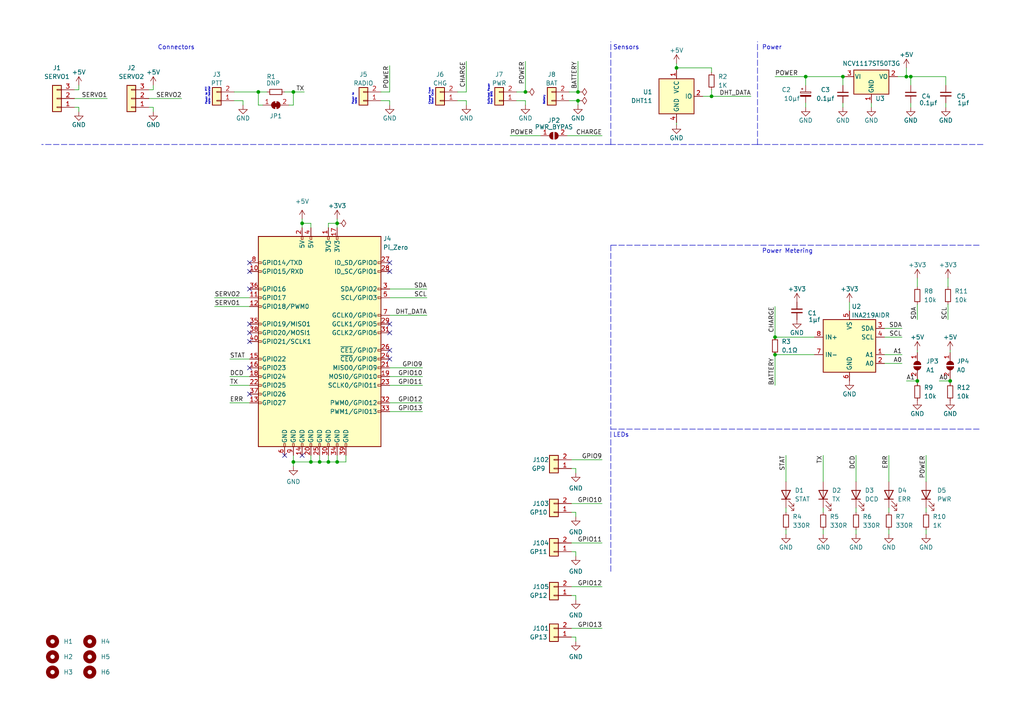
<source format=kicad_sch>
(kicad_sch (version 20211123) (generator eeschema)
  (paper "A4")
  (title_block (title "APRN Relay Board") (rev "${FULL_REVISION}") (company "Kitsune Scientific"))
  (lib_symbols
    (symbol "Analog_ADC:INA219AxD"
      (property "Reference" "U" (at -6.35 8.89 0))
      (property "Value" "INA219AxD" (at 5.08 8.89 0))
      (symbol "INA219AxD_0_1"
        (rectangle (start -7.62 7.62) (end 7.62 -7.62) (stroke (width 0.254)) (fill (type background)))
      )
      (symbol "INA219AxD_1_1"
        (pin input line (at 10.16 -2.54 180) (length 2.54) (name "A1") (number "1"))
        (pin input line (at 10.16 -5.08 180) (length 2.54) (name "A0") (number "2"))
        (pin bidirectional line (at 10.16 5.08 180) (length 2.54) (name "SDA") (number "3"))
        (pin input line (at 10.16 2.54 180) (length 2.54) (name "SCL") (number "4"))
        (pin power_in line (at 0 10.16 270) (length 2.54) (name "VS") (number "5"))
        (pin power_in line (at 0 -10.16 90) (length 2.54) (name "GND") (number "6"))
        (pin input line (at -10.16 -2.54 0) (length 2.54) (name "IN-") (number "7"))
        (pin input line (at -10.16 2.54 0) (length 2.54) (name "IN+") (number "8"))
      )
    )
    (symbol "Connector:Raspberry_Pi_2_3" (pin_names (offset 1.016))
      (property "Reference" "J" (at -17.78 31.75 0))
      (property "Value" "Raspberry_Pi_2_3" (at 10.16 -31.75 0))
      (symbol "Raspberry_Pi_2_3_0_1"
        (rectangle (start -17.78 30.48) (end 17.78 -30.48) (stroke (width 0.254)) (fill (type background)))
      )
      (symbol "Raspberry_Pi_2_3_1_1"
        (rectangle (start -16.891 -17.526) (end -17.78 -18.034))
        (rectangle (start -16.891 -14.986) (end -17.78 -15.494))
        (rectangle (start -16.891 -12.446) (end -17.78 -12.954))
        (rectangle (start -16.891 -9.906) (end -17.78 -10.414))
        (rectangle (start -16.891 -7.366) (end -17.78 -7.874))
        (rectangle (start -16.891 -4.826) (end -17.78 -5.334))
        (rectangle (start -16.891 0.254) (end -17.78 -0.254))
        (rectangle (start -16.891 2.794) (end -17.78 2.286))
        (rectangle (start -16.891 5.334) (end -17.78 4.826))
        (rectangle (start -16.891 10.414) (end -17.78 9.906))
        (rectangle (start -16.891 12.954) (end -17.78 12.446))
        (rectangle (start -16.891 15.494) (end -17.78 14.986))
        (rectangle (start -16.891 20.574) (end -17.78 20.066))
        (rectangle (start -16.891 23.114) (end -17.78 22.606))
        (rectangle (start -10.414 -29.591) (end -9.906 -30.48))
        (rectangle (start -7.874 -29.591) (end -7.366 -30.48))
        (rectangle (start -5.334 -29.591) (end -4.826 -30.48))
        (rectangle (start -5.334 30.48) (end -4.826 29.591))
        (rectangle (start -2.794 -29.591) (end -2.286 -30.48))
        (rectangle (start -2.794 30.48) (end -2.286 29.591))
        (rectangle (start -0.254 -29.591) (end 0.254 -30.48))
        (rectangle (start 2.286 -29.591) (end 2.794 -30.48))
        (rectangle (start 2.286 30.48) (end 2.794 29.591))
        (rectangle (start 4.826 -29.591) (end 5.334 -30.48))
        (rectangle (start 4.826 30.48) (end 5.334 29.591))
        (rectangle (start 7.366 -29.591) (end 7.874 -30.48))
        (rectangle (start 17.78 -20.066) (end 16.891 -20.574))
        (rectangle (start 17.78 -17.526) (end 16.891 -18.034))
        (rectangle (start 17.78 -12.446) (end 16.891 -12.954))
        (rectangle (start 17.78 -9.906) (end 16.891 -10.414))
        (rectangle (start 17.78 -7.366) (end 16.891 -7.874))
        (rectangle (start 17.78 -4.826) (end 16.891 -5.334))
        (rectangle (start 17.78 -2.286) (end 16.891 -2.794))
        (rectangle (start 17.78 2.794) (end 16.891 2.286))
        (rectangle (start 17.78 5.334) (end 16.891 4.826))
        (rectangle (start 17.78 7.874) (end 16.891 7.366))
        (rectangle (start 17.78 12.954) (end 16.891 12.446))
        (rectangle (start 17.78 15.494) (end 16.891 14.986))
        (rectangle (start 17.78 20.574) (end 16.891 20.066))
        (rectangle (start 17.78 23.114) (end 16.891 22.606))
        (pin power_in line (at 2.54 33.02 270) (length 2.54) (name "3V3") (number "1"))
        (pin bidirectional line (at -20.32 20.32 0) (length 2.54) (name "GPIO15/RXD") (number "10"))
        (pin bidirectional line (at -20.32 12.7 0) (length 2.54) (name "GPIO17") (number "11"))
        (pin bidirectional line (at -20.32 10.16 0) (length 2.54) (name "GPIO18/PWM0") (number "12"))
        (pin bidirectional line (at -20.32 -17.78 0) (length 2.54) (name "GPIO27") (number "13"))
        (pin power_in line (at -5.08 -33.02 90) (length 2.54) (name "GND") (number "14"))
        (pin bidirectional line (at -20.32 -5.08 0) (length 2.54) (name "GPIO22") (number "15"))
        (pin bidirectional line (at -20.32 -7.62 0) (length 2.54) (name "GPIO23") (number "16"))
        (pin power_in line (at 5.08 33.02 270) (length 2.54) (name "3V3") (number "17"))
        (pin bidirectional line (at -20.32 -10.16 0) (length 2.54) (name "GPIO24") (number "18"))
        (pin bidirectional line (at 20.32 -10.16 180) (length 2.54) (name "MOSI0/GPIO10") (number "19"))
        (pin power_in line (at -5.08 33.02 270) (length 2.54) (name "5V") (number "2"))
        (pin power_in line (at -2.54 -33.02 90) (length 2.54) (name "GND") (number "20"))
        (pin bidirectional line (at 20.32 -7.62 180) (length 2.54) (name "MISO0/GPIO9") (number "21"))
        (pin bidirectional line (at -20.32 -12.7 0) (length 2.54) (name "GPIO25") (number "22"))
        (pin bidirectional line (at 20.32 -12.7 180) (length 2.54) (name "SCLK0/GPIO11") (number "23"))
        (pin bidirectional line (at 20.32 -5.08 180) (length 2.54) (name "~{CE0}/GPIO8") (number "24"))
        (pin power_in line (at 0 -33.02 90) (length 2.54) (name "GND") (number "25"))
        (pin bidirectional line (at 20.32 -2.54 180) (length 2.54) (name "~{CE1}/GPIO7") (number "26"))
        (pin bidirectional line (at 20.32 22.86 180) (length 2.54) (name "ID_SD/GPIO0") (number "27"))
        (pin bidirectional line (at 20.32 20.32 180) (length 2.54) (name "ID_SC/GPIO1") (number "28"))
        (pin bidirectional line (at 20.32 5.08 180) (length 2.54) (name "GCLK1/GPIO5") (number "29"))
        (pin bidirectional line (at 20.32 15.24 180) (length 2.54) (name "SDA/GPIO2") (number "3"))
        (pin power_in line (at 2.54 -33.02 90) (length 2.54) (name "GND") (number "30"))
        (pin bidirectional line (at 20.32 2.54 180) (length 2.54) (name "GCLK2/GPIO6") (number "31"))
        (pin bidirectional line (at 20.32 -17.78 180) (length 2.54) (name "PWM0/GPIO12") (number "32"))
        (pin bidirectional line (at 20.32 -20.32 180) (length 2.54) (name "PWM1/GPIO13") (number "33"))
        (pin power_in line (at 5.08 -33.02 90) (length 2.54) (name "GND") (number "34"))
        (pin bidirectional line (at -20.32 5.08 0) (length 2.54) (name "GPIO19/MISO1") (number "35"))
        (pin bidirectional line (at -20.32 15.24 0) (length 2.54) (name "GPIO16") (number "36"))
        (pin bidirectional line (at -20.32 -15.24 0) (length 2.54) (name "GPIO26") (number "37"))
        (pin bidirectional line (at -20.32 2.54 0) (length 2.54) (name "GPIO20/MOSI1") (number "38"))
        (pin power_in line (at 7.62 -33.02 90) (length 2.54) (name "GND") (number "39"))
        (pin power_in line (at -2.54 33.02 270) (length 2.54) (name "5V") (number "4"))
        (pin bidirectional line (at -20.32 0 0) (length 2.54) (name "GPIO21/SCLK1") (number "40"))
        (pin bidirectional line (at 20.32 12.7 180) (length 2.54) (name "SCL/GPIO3") (number "5"))
        (pin power_in line (at -10.16 -33.02 90) (length 2.54) (name "GND") (number "6"))
        (pin bidirectional line (at 20.32 7.62 180) (length 2.54) (name "GCLK0/GPIO4") (number "7"))
        (pin bidirectional line (at -20.32 22.86 0) (length 2.54) (name "GPIO14/TXD") (number "8"))
        (pin power_in line (at -7.62 -33.02 90) (length 2.54) (name "GND") (number "9"))
      )
    )
    (symbol "Connector_Generic:Conn_01x02" (pin_names (offset 1.016) hide)
      (property "Reference" "J" (at 0 2.54 0))
      (property "Value" "Conn_01x02" (at 0 -5.08 0))
      (symbol "Conn_01x02_1_1"
        (rectangle (start -1.27 -2.413) (end 0 -2.667) (stroke (width 0.1524)))
        (rectangle (start -1.27 0.127) (end 0 -0.127) (stroke (width 0.1524)))
        (rectangle (start -1.27 1.27) (end 1.27 -3.81) (stroke (width 0.254)) (fill (type background)))
        (pin passive line (at -5.08 0 0) (length 3.81) (name "Pin_1") (number "1"))
        (pin passive line (at -5.08 -2.54 0) (length 3.81) (name "Pin_2") (number "2"))
      )
    )
    (symbol "Connector_Generic:Conn_01x03" (pin_names (offset 1.016) hide)
      (property "Reference" "J" (at 0 5.08 0))
      (property "Value" "Conn_01x03" (at 0 -5.08 0))
      (symbol "Conn_01x03_1_1"
        (rectangle (start -1.27 -2.413) (end 0 -2.667) (stroke (width 0.1524)))
        (rectangle (start -1.27 0.127) (end 0 -0.127) (stroke (width 0.1524)))
        (rectangle (start -1.27 2.667) (end 0 2.413) (stroke (width 0.1524)))
        (rectangle (start -1.27 3.81) (end 1.27 -3.81) (stroke (width 0.254)) (fill (type background)))
        (pin passive line (at -5.08 2.54 0) (length 3.81) (name "Pin_1") (number "1"))
        (pin passive line (at -5.08 0 0) (length 3.81) (name "Pin_2") (number "2"))
        (pin passive line (at -5.08 -2.54 0) (length 3.81) (name "Pin_3") (number "3"))
      )
    )
    (symbol "Device:C_Polarized_Small" (pin_numbers hide) (pin_names (offset 0.254) hide)
      (property "Reference" "C" (at 0.254 1.778 0))
      (property "Value" "C_Polarized_Small" (at 0.254 -2.032 0))
      (symbol "C_Polarized_Small_0_1"
        (rectangle (start -1.524 -0.3048) (end 1.524 -0.6858) (fill (type outline)))
        (rectangle (start -1.524 0.6858) (end 1.524 0.3048))
        (polyline (pts (xy -1.27 1.524) (xy -0.762 1.524)))
        (polyline (pts (xy -1.016 1.27) (xy -1.016 1.778)))
      )
      (symbol "C_Polarized_Small_1_1"
        (pin passive line (at 0 2.54 270) (length 1.8542) (name "~") (number "1"))
        (pin passive line (at 0 -2.54 90) (length 1.8542) (name "~") (number "2"))
      )
    )
    (symbol "Device:C_Small" (pin_numbers hide) (pin_names (offset 0.254) hide)
      (property "Reference" "C" (at 0.254 1.778 0))
      (property "Value" "C_Small" (at 0.254 -2.032 0))
      (symbol "C_Small_0_1"
        (polyline (pts (xy -1.524 -0.508) (xy 1.524 -0.508)) (stroke (width 0.3302)))
        (polyline (pts (xy -1.524 0.508) (xy 1.524 0.508)) (stroke (width 0.3048)))
      )
      (symbol "C_Small_1_1"
        (pin passive line (at 0 2.54 270) (length 2.032) (name "~") (number "1"))
        (pin passive line (at 0 -2.54 90) (length 2.032) (name "~") (number "2"))
      )
    )
    (symbol "Device:LED" (pin_numbers hide) (pin_names (offset 1.016) hide)
      (property "Reference" "D" (at 0 2.54 0))
      (property "Value" "LED" (at 0 -2.54 0))
      (symbol "LED_0_1"
        (polyline (pts (xy -1.27 -1.27) (xy -1.27 1.27)) (stroke (width 0.254)))
        (polyline (pts (xy -1.27 0) (xy 1.27 0)))
        (polyline (pts (xy 1.27 -1.27) (xy 1.27 1.27) (xy -1.27 0) (xy 1.27 -1.27)) (stroke (width 0.254)))
        (polyline (pts (xy -3.048 -0.762) (xy -4.572 -2.286) (xy -3.81 -2.286) (xy -4.572 -2.286) (xy -4.572 -1.524)))
        (polyline (pts (xy -1.778 -0.762) (xy -3.302 -2.286) (xy -2.54 -2.286) (xy -3.302 -2.286) (xy -3.302 -1.524)))
      )
      (symbol "LED_1_1"
        (pin passive line (at -3.81 0 0) (length 2.54) (name "K") (number "1"))
        (pin passive line (at 3.81 0 180) (length 2.54) (name "A") (number "2"))
      )
    )
    (symbol "Device:R_Small" (pin_numbers hide) (pin_names (offset 0.254) hide)
      (property "Reference" "R" (at 0.762 0.508 0))
      (property "Value" "R_Small" (at 0.762 -1.016 0))
      (symbol "R_Small_0_1"
        (rectangle (start -0.762 1.778) (end 0.762 -1.778) (stroke (width 0.2032)))
      )
      (symbol "R_Small_1_1"
        (pin passive line (at 0 2.54 270) (length 0.762) (name "~") (number "1"))
        (pin passive line (at 0 -2.54 90) (length 0.762) (name "~") (number "2"))
      )
    )
    (symbol "Jumper:SolderJumper_2_Bridged" (pin_names (offset 0) hide)
      (property "Reference" "JP" (at 0 2.032 0))
      (property "Value" "SolderJumper_2_Bridged" (at 0 -2.54 0))
      (symbol "SolderJumper_2_Bridged_0_1"
        (rectangle (start -0.508 0.508) (end 0.508 -0.508) (fill (type outline)))
        (arc (start -0.254 1.016) (mid -1.27 0) (end -0.254 -1.016))
        (arc (start -0.254 1.016) (mid -1.27 0) (end -0.254 -1.016) (fill (type outline)))
        (polyline (pts (xy -0.254 1.016) (xy -0.254 -1.016)))
        (polyline (pts (xy 0.254 1.016) (xy 0.254 -1.016)))
        (arc (start 0.254 -1.016) (mid 1.27 0) (end 0.254 1.016))
        (arc (start 0.254 -1.016) (mid 1.27 0) (end 0.254 1.016) (fill (type outline)))
      )
      (symbol "SolderJumper_2_Bridged_1_1"
        (pin passive line (at -3.81 0 0) (length 2.54) (name "A") (number "1"))
        (pin passive line (at 3.81 0 180) (length 2.54) (name "B") (number "2"))
      )
    )
    (symbol "Jumper:SolderJumper_2_Open" (pin_names (offset 0) hide)
      (property "Reference" "JP" (at 0 2.032 0))
      (property "Value" "SolderJumper_2_Open" (at 0 -2.54 0))
      (symbol "SolderJumper_2_Open_0_1"
        (arc (start -0.254 1.016) (mid -1.27 0) (end -0.254 -1.016))
        (arc (start -0.254 1.016) (mid -1.27 0) (end -0.254 -1.016) (fill (type outline)))
        (polyline (pts (xy -0.254 1.016) (xy -0.254 -1.016)))
        (polyline (pts (xy 0.254 1.016) (xy 0.254 -1.016)))
        (arc (start 0.254 -1.016) (mid 1.27 0) (end 0.254 1.016))
        (arc (start 0.254 -1.016) (mid 1.27 0) (end 0.254 1.016) (fill (type outline)))
      )
      (symbol "SolderJumper_2_Open_1_1"
        (pin passive line (at -3.81 0 0) (length 2.54) (name "A") (number "1"))
        (pin passive line (at 3.81 0 180) (length 2.54) (name "B") (number "2"))
      )
    )
    (symbol "Mechanical:MountingHole" (pin_names (offset 1.016))
      (property "Reference" "H" (at 0 5.08 0))
      (property "Value" "MountingHole" (at 0 3.175 0))
      (symbol "MountingHole_0_1"
        (circle (center 0 0) (radius 1.27) (stroke (width 1.27)))
      )
    )
    (symbol "Regulator_Linear:LM1117-5.0" (pin_names (offset 0.254))
      (property "Reference" "U" (at -3.81 3.175 0))
      (property "Value" "LM1117-5.0" (at 0 3.175 0))
      (symbol "LM1117-5.0_0_1"
        (rectangle (start -5.08 -5.08) (end 5.08 1.905) (stroke (width 0.254)) (fill (type background)))
      )
      (symbol "LM1117-5.0_1_1"
        (pin power_in line (at 0 -7.62 90) (length 2.54) (name "GND") (number "1"))
        (pin power_out line (at 7.62 0 180) (length 2.54) (name "VO") (number "2"))
        (pin power_in line (at -7.62 0 0) (length 2.54) (name "VI") (number "3"))
      )
    )
    (symbol "Sensor:DHT11"
      (property "Reference" "U" (at -3.81 6.35 0))
      (property "Value" "DHT11" (at 3.81 6.35 0))
      (symbol "DHT11_0_1"
        (rectangle (start -5.08 5.08) (end 5.08 -5.08) (stroke (width 0.254)) (fill (type background)))
      )
      (symbol "DHT11_1_1"
        (pin power_in line (at 0 7.62 270) (length 2.54) (name "VCC") (number "1"))
        (pin bidirectional line (at 7.62 0 180) (length 2.54) (name "IO") (number "2"))
        (pin no_connect line (at -5.08 0 0) (length 2.54) hide (name "NC") (number "3"))
        (pin power_in line (at 0 -7.62 90) (length 2.54) (name "GND") (number "4"))
      )
    )
    (symbol "power:+3V3" (power) (pin_names (offset 0))
      (property "Value" "+3V3" (at 0 3.556 0))
      (symbol "+3V3_0_1"
        (polyline (pts (xy -0.762 1.27) (xy 0 2.54)))
        (polyline (pts (xy 0 0) (xy 0 2.54)))
        (polyline (pts (xy 0 2.54) (xy 0.762 1.27)))
      )
      (symbol "+3V3_1_1"
        (pin power_in line (at 0 0 90) (length 0) hide (name "+3V3") (number "1"))
      )
    )
    (symbol "power:+5V" (power) (pin_names (offset 0))
      (property "Value" "+5V" (at 0 3.556 0))
      (symbol "+5V_0_1"
        (polyline (pts (xy -0.762 1.27) (xy 0 2.54)))
        (polyline (pts (xy 0 0) (xy 0 2.54)))
        (polyline (pts (xy 0 2.54) (xy 0.762 1.27)))
      )
      (symbol "+5V_1_1"
        (pin power_in line (at 0 0 90) (length 0) hide (name "+5V") (number "1"))
      )
    )
    (symbol "power:GND" (power) (pin_names (offset 0))
      (property "Value" "GND" (at 0 -3.81 0))
      (symbol "GND_0_1"
        (polyline (pts (xy 0 0) (xy 0 -1.27) (xy 1.27 -1.27) (xy 0 -2.54) (xy -1.27 -1.27) (xy 0 -1.27)))
      )
      (symbol "GND_1_1"
        (pin power_in line (at 0 0 270) (length 0) hide (name "GND") (number "1"))
      )
    )
    (symbol "power:PWR_FLAG" (power) (pin_numbers hide) (pin_names (offset 0) hide)
      (property "Value" "PWR_FLAG" (at 0 3.81 0))
      (symbol "PWR_FLAG_0_0"
        (pin power_out line (at 0 0 90) (length 0) (name "pwr") (number "1"))
      )
      (symbol "PWR_FLAG_0_1"
        (polyline (pts (xy 0 0) (xy 0 1.27) (xy -1.016 1.905) (xy 0 2.54) (xy 1.016 1.905) (xy 0 1.27)))
      )
    )
  )
  (junction (at 87.63 64.77))
  (junction (at 262.89 22.225))
  (junction (at 244.475 22.225))
  (junction (at 167.64 29.21))
  (junction (at 152.4 26.67))
  (junction (at 97.79 133.985))
  (junction (at 224.79 102.87))
  (junction (at 95.25 133.985))
  (junction (at 266.065 110.49))
  (junction (at 275.59 110.49))
  (junction (at 233.68 22.225))
  (junction (at 90.17 133.985))
  (junction (at 85.09 133.985))
  (junction (at 167.64 26.67))
  (junction (at 264.16 22.225))
  (junction (at 206.375 27.94))
  (junction (at 224.79 97.79))
  (junction (at 74.93 26.67))
  (junction (at 196.215 19.685))
  (junction (at 85.09 26.67))
  (junction (at 97.79 64.77))
  (junction (at 92.71 133.985))
  (no_connect (at 113.03 76.2))
  (no_connect (at 72.39 93.98))
  (no_connect (at 72.39 114.3))
  (no_connect (at 113.03 104.14))
  (no_connect (at 113.03 78.74))
  (no_connect (at 72.39 83.82))
  (no_connect (at 72.39 96.52))
  (no_connect (at 72.39 78.74))
  (no_connect (at 72.39 99.06))
  (no_connect (at 72.39 76.2))
  (no_connect (at 82.55 132.08))
  (no_connect (at 113.03 101.6))
  (no_connect (at 72.39 106.68))
  (no_connect (at 113.03 96.52))
  (no_connect (at 113.03 93.98))
  (no_connect (at 87.63 132.08))
  (wire (pts (xy 233.68 31.115) (xy 233.68 29.845)))
  (wire (pts (xy 62.23 88.9) (xy 72.39 88.9)))
  (wire (pts (xy 82.55 26.67) (xy 85.09 26.67)))
  (wire (pts (xy 85.09 133.985) (xy 90.17 133.985)))
  (polyline (pts (xy 177.165 71.12) (xy 177.165 124.46)))
  (wire (pts (xy 67.945 29.21) (xy 70.485 29.21)))
  (wire (pts (xy 66.675 111.76) (xy 72.39 111.76)))
  (wire (pts (xy 248.285 153.67) (xy 248.285 154.94)))
  (polyline (pts (xy 285.115 41.91) (xy 219.71 41.91)))
  (wire (pts (xy 97.79 133.985) (xy 97.79 132.08)))
  (wire (pts (xy 206.375 19.685) (xy 206.375 20.955)))
  (wire (pts (xy 256.54 102.87) (xy 261.62 102.87)))
  (wire (pts (xy 165.735 160.02) (xy 167.005 160.02)))
  (wire (pts (xy 95.25 64.77) (xy 95.25 66.04)))
  (wire (pts (xy 147.955 39.37) (xy 156.845 39.37)))
  (wire (pts (xy 248.285 147.32) (xy 248.285 148.59)))
  (wire (pts (xy 274.955 92.71) (xy 274.955 88.265)))
  (wire (pts (xy 152.4 29.21) (xy 152.4 30.48)))
  (wire (pts (xy 85.09 132.08) (xy 85.09 133.985)))
  (wire (pts (xy 100.33 133.985) (xy 100.33 132.08)))
  (wire (pts (xy 167.005 135.89) (xy 167.005 137.16)))
  (wire (pts (xy 165.735 184.785) (xy 167.005 184.785)))
  (wire (pts (xy 264.16 29.845) (xy 264.16 31.115)))
  (wire (pts (xy 113.03 111.76) (xy 122.555 111.76)))
  (polyline (pts (xy 177.165 71.12) (xy 284.48 71.12)))
  (wire (pts (xy 261.62 95.25) (xy 256.54 95.25)))
  (wire (pts (xy 44.45 24.765) (xy 44.45 26.035)))
  (wire (pts (xy 135.255 29.21) (xy 135.255 30.48)))
  (polyline (pts (xy 177.165 41.91) (xy 177.165 12.065)))
  (wire (pts (xy 275.59 110.49) (xy 275.59 111.125)))
  (wire (pts (xy 132.715 29.21) (xy 135.255 29.21)))
  (wire (pts (xy 262.89 110.49) (xy 266.065 110.49)))
  (wire (pts (xy 74.93 26.67) (xy 74.93 30.48)))
  (wire (pts (xy 196.215 19.685) (xy 206.375 19.685)))
  (wire (pts (xy 43.18 31.115) (xy 44.45 31.115)))
  (wire (pts (xy 206.375 27.94) (xy 203.835 27.94)))
  (wire (pts (xy 22.86 31.115) (xy 22.86 32.385)))
  (wire (pts (xy 167.64 17.78) (xy 167.64 26.67)))
  (wire (pts (xy 85.09 133.985) (xy 85.09 135.255)))
  (wire (pts (xy 196.215 20.32) (xy 196.215 19.685)))
  (wire (pts (xy 113.03 106.68) (xy 122.555 106.68)))
  (wire (pts (xy 44.45 31.115) (xy 44.45 32.385)))
  (wire (pts (xy 196.215 35.56) (xy 196.215 36.195)))
  (wire (pts (xy 165.1 29.21) (xy 167.64 29.21)))
  (wire (pts (xy 76.2 30.48) (xy 74.93 30.48)))
  (wire (pts (xy 87.63 64.77) (xy 87.63 66.04)))
  (wire (pts (xy 167.64 26.67) (xy 165.1 26.67)))
  (wire (pts (xy 238.76 153.67) (xy 238.76 154.94)))
  (wire (pts (xy 165.735 172.72) (xy 167.005 172.72)))
  (wire (pts (xy 165.735 135.89) (xy 167.005 135.89)))
  (wire (pts (xy 268.605 153.67) (xy 268.605 154.94)))
  (wire (pts (xy 97.79 133.985) (xy 100.33 133.985)))
  (polyline (pts (xy 177.165 124.46) (xy 284.48 124.46)))
  (wire (pts (xy 167.005 148.59) (xy 167.005 149.86)))
  (polyline (pts (xy 177.165 41.91) (xy 12.065 41.91)))
  (wire (pts (xy 227.965 132.08) (xy 227.965 139.7)))
  (wire (pts (xy 152.4 26.67) (xy 149.86 26.67)))
  (wire (pts (xy 123.825 83.82) (xy 113.03 83.82)))
  (wire (pts (xy 167.64 29.21) (xy 167.64 30.48)))
  (wire (pts (xy 135.255 17.78) (xy 135.255 26.67)))
  (wire (pts (xy 85.09 26.67) (xy 85.09 30.48)))
  (wire (pts (xy 74.93 26.67) (xy 67.945 26.67)))
  (wire (pts (xy 275.59 101.6) (xy 275.59 102.235)))
  (wire (pts (xy 246.38 87.63) (xy 246.38 90.17)))
  (wire (pts (xy 275.59 110.49) (xy 275.59 109.855)))
  (wire (pts (xy 113.03 19.05) (xy 113.03 26.67)))
  (wire (pts (xy 90.17 133.985) (xy 90.17 132.08)))
  (wire (pts (xy 97.79 64.77) (xy 95.25 64.77)))
  (wire (pts (xy 266.065 92.71) (xy 266.065 88.265)))
  (wire (pts (xy 244.475 22.225) (xy 244.475 24.765)))
  (wire (pts (xy 264.16 22.225) (xy 274.32 22.225)))
  (wire (pts (xy 66.675 109.22) (xy 72.39 109.22)))
  (wire (pts (xy 52.705 28.575) (xy 43.18 28.575)))
  (wire (pts (xy 167.005 172.72) (xy 167.005 173.99)))
  (wire (pts (xy 244.475 22.225) (xy 245.11 22.225)))
  (wire (pts (xy 66.675 116.84) (xy 72.39 116.84)))
  (wire (pts (xy 85.09 26.67) (xy 88.265 26.67)))
  (wire (pts (xy 262.89 22.225) (xy 260.35 22.225)))
  (wire (pts (xy 165.735 182.245) (xy 174.625 182.245)))
  (wire (pts (xy 66.675 104.14) (xy 72.39 104.14)))
  (wire (pts (xy 97.79 64.77) (xy 97.79 66.04)))
  (wire (pts (xy 152.4 17.78) (xy 152.4 26.67)))
  (wire (pts (xy 123.825 86.36) (xy 113.03 86.36)))
  (wire (pts (xy 257.81 147.32) (xy 257.81 148.59)))
  (wire (pts (xy 238.76 132.08) (xy 238.76 139.7)))
  (wire (pts (xy 165.735 146.05) (xy 174.625 146.05)))
  (wire (pts (xy 92.71 133.985) (xy 92.71 132.08)))
  (wire (pts (xy 268.605 132.08) (xy 268.605 139.7)))
  (wire (pts (xy 95.25 133.985) (xy 95.25 132.08)))
  (wire (pts (xy 113.03 116.84) (xy 122.555 116.84)))
  (wire (pts (xy 31.115 28.575) (xy 21.59 28.575)))
  (wire (pts (xy 165.735 148.59) (xy 167.005 148.59)))
  (wire (pts (xy 123.825 91.44) (xy 113.03 91.44)))
  (wire (pts (xy 266.065 80.645) (xy 266.065 83.185)))
  (wire (pts (xy 92.71 133.985) (xy 95.25 133.985)))
  (wire (pts (xy 272.415 110.49) (xy 275.59 110.49)))
  (wire (pts (xy 113.03 29.21) (xy 113.03 30.48)))
  (wire (pts (xy 87.63 63.5) (xy 87.63 64.77)))
  (wire (pts (xy 149.86 29.21) (xy 152.4 29.21)))
  (wire (pts (xy 227.965 147.32) (xy 227.965 148.59)))
  (wire (pts (xy 266.065 110.49) (xy 266.065 111.125)))
  (wire (pts (xy 252.73 29.845) (xy 252.73 31.115)))
  (wire (pts (xy 238.76 147.32) (xy 238.76 148.59)))
  (wire (pts (xy 261.62 97.79) (xy 256.54 97.79)))
  (wire (pts (xy 167.005 160.02) (xy 167.005 161.29)))
  (wire (pts (xy 164.465 39.37) (xy 174.625 39.37)))
  (wire (pts (xy 266.065 110.49) (xy 266.065 109.855)))
  (wire (pts (xy 227.965 153.67) (xy 227.965 154.94)))
  (polyline (pts (xy 177.165 165.735) (xy 177.165 124.46)))
  (wire (pts (xy 22.86 26.035) (xy 21.59 26.035)))
  (wire (pts (xy 264.16 22.225) (xy 262.89 22.225)))
  (wire (pts (xy 167.005 184.785) (xy 167.005 186.055)))
  (wire (pts (xy 224.79 102.87) (xy 236.22 102.87)))
  (wire (pts (xy 274.955 80.645) (xy 274.955 83.185)))
  (wire (pts (xy 262.89 19.685) (xy 262.89 22.225)))
  (wire (pts (xy 224.79 22.225) (xy 233.68 22.225)))
  (wire (pts (xy 257.81 153.67) (xy 257.81 154.94)))
  (wire (pts (xy 165.735 170.18) (xy 174.625 170.18)))
  (wire (pts (xy 21.59 31.115) (xy 22.86 31.115)))
  (wire (pts (xy 110.49 29.21) (xy 113.03 29.21)))
  (wire (pts (xy 244.475 29.845) (xy 244.475 31.115)))
  (wire (pts (xy 83.82 30.48) (xy 85.09 30.48)))
  (wire (pts (xy 22.86 24.765) (xy 22.86 26.035)))
  (wire (pts (xy 248.285 132.08) (xy 248.285 139.7)))
  (polyline (pts (xy 219.71 41.91) (xy 177.165 41.91)))
  (wire (pts (xy 264.16 22.225) (xy 264.16 24.765)))
  (wire (pts (xy 90.17 64.77) (xy 90.17 66.04)))
  (wire (pts (xy 165.735 133.35) (xy 174.625 133.35)))
  (wire (pts (xy 224.79 88.9) (xy 224.79 97.79)))
  (wire (pts (xy 113.03 109.22) (xy 122.555 109.22)))
  (wire (pts (xy 90.17 133.985) (xy 92.71 133.985)))
  (wire (pts (xy 224.79 111.76) (xy 224.79 102.87)))
  (wire (pts (xy 196.215 19.685) (xy 196.215 18.415)))
  (wire (pts (xy 268.605 147.32) (xy 268.605 148.59)))
  (wire (pts (xy 77.47 26.67) (xy 74.93 26.67)))
  (wire (pts (xy 70.485 29.21) (xy 70.485 30.48)))
  (wire (pts (xy 95.25 133.985) (xy 97.79 133.985)))
  (wire (pts (xy 110.49 26.67) (xy 113.03 26.67)))
  (wire (pts (xy 256.54 105.41) (xy 261.62 105.41)))
  (wire (pts (xy 274.32 31.115) (xy 274.32 29.845)))
  (wire (pts (xy 165.735 157.48) (xy 174.625 157.48)))
  (wire (pts (xy 266.065 101.6) (xy 266.065 102.235)))
  (wire (pts (xy 257.81 132.08) (xy 257.81 139.7)))
  (wire (pts (xy 206.375 26.035) (xy 206.375 27.94)))
  (wire (pts (xy 97.79 63.5) (xy 97.79 64.77)))
  (wire (pts (xy 233.68 22.225) (xy 244.475 22.225)))
  (wire (pts (xy 274.32 22.225) (xy 274.32 24.765)))
  (wire (pts (xy 113.03 119.38) (xy 122.555 119.38)))
  (wire (pts (xy 87.63 64.77) (xy 90.17 64.77)))
  (wire (pts (xy 233.68 22.225) (xy 233.68 24.765)))
  (wire (pts (xy 224.79 97.79) (xy 236.22 97.79)))
  (wire (pts (xy 217.805 27.94) (xy 206.375 27.94)))
  (wire (pts (xy 44.45 26.035) (xy 43.18 26.035)))
  (wire (pts (xy 135.255 26.67) (xy 132.715 26.67)))
  (wire (pts (xy 62.23 86.36) (xy 72.39 86.36)))
  (polyline (pts (xy 219.71 41.91) (xy 219.71 12.065)))
  (text "Power to\nradio" (at 103.505 30.48 90) (effects (font (size 0.508 0.508)) (justify left bottom)))
  (text "Connectors" (at 45.72 14.605 0) (effects (font (size 1.27 1.27)) (justify left bottom)))
  (text "Battery" (at 158.115 30.48 90) (effects (font (size 0.508 0.508)) (justify left bottom)))
  (text "Sensors" (at 177.8 14.605 0) (effects (font (size 1.27 1.27)) (justify left bottom)))
  (text "Switched Power\nfrom BMS" (at 142.875 30.48 90) (effects (font (size 0.508 0.508)) (justify left bottom)))
  (text "Power Metering" (at 220.98 73.66 0) (effects (font (size 1.27 1.27)) (justify left bottom)))
  (text "Power to PTT\nopto-isolator" (at 60.96 30.48 90) (effects (font (size 0.508 0.508)) (justify left bottom)))
  (text "LEDs" (at 177.8 127 0) (effects (font (size 1.27 1.27)) (justify left bottom)))
  (text "Power" (at 220.98 14.605 0) (effects (font (size 1.27 1.27)) (justify left bottom)))
  (text "Charge From\nSolar Cells" (at 125.73 30.48 90) (effects (font (size 0.508 0.508)) (justify left bottom)))
  (label "A0" (at 272.415 110.49 0))
  (label "GPIO9" (at 174.625 133.35 180))
  (label "TX" (at 88.265 26.67 180))
  (label "SCL" (at 261.62 97.79 180))
  (label "GPIO11" (at 122.555 111.76 180))
  (label "BATTERY" (at 167.64 17.78 270))
  (label "SERVO1" (at 62.23 88.9 0))
  (label "CHARGE" (at 135.255 17.78 270))
  (label "STAT" (at 66.675 104.14 0))
  (label "GPIO9" (at 122.555 106.68 180))
  (label "GPIO12" (at 174.625 170.18 180))
  (label "BATTERY" (at 224.79 111.76 90))
  (label "ERR" (at 257.81 132.08 270))
  (label "SERVO2" (at 52.705 28.575 180))
  (label "SERVO1" (at 31.115 28.575 180))
  (label "GPIO13" (at 122.555 119.38 180))
  (label "POWER" (at 147.955 39.37 0))
  (label "TX" (at 66.675 111.76 0))
  (label "GPIO10" (at 174.625 146.05 180))
  (label "GPIO10" (at 122.555 109.22 180))
  (label "SDA" (at 261.62 95.25 180))
  (label "ERR" (at 66.675 116.84 0))
  (label "A1" (at 262.89 110.49 0))
  (label "POWER" (at 268.605 132.08 270))
  (label "TX" (at 238.76 132.08 270))
  (label "SCL" (at 123.825 86.36 180))
  (label "A1" (at 261.62 102.87 180))
  (label "GPIO12" (at 122.555 116.84 180))
  (label "CHARGE" (at 224.79 88.9 270))
  (label "POWER" (at 224.79 22.225 0))
  (label "SDA" (at 266.065 92.71 90))
  (label "GPIO13" (at 174.625 182.245 180))
  (label "POWER" (at 152.4 17.78 270))
  (label "DHT_DATA" (at 123.825 91.44 180))
  (label "SCL" (at 274.955 92.71 90))
  (label "DCD" (at 248.285 132.08 270))
  (label "SDA" (at 123.825 83.82 180))
  (label "STAT" (at 227.965 132.08 270))
  (label "POWER" (at 113.03 19.05 270))
  (label "DHT_DATA" (at 217.805 27.94 180))
  (label "SERVO2" (at 62.23 86.36 0))
  (label "DCD" (at 66.675 109.22 0))
  (label "A0" (at 261.62 105.41 180))
  (label "CHARGE" (at 174.625 39.37 180))
  (label "GPIO11" (at 174.625 157.48 180))
  (symbol (lib_id "power:+5V") (at 196.215 18.415 0) (unit 1)
    (property "Reference" "#PWR013" (effects hide))
    (property "Value" "+5V" (at 196.215 14.605 0))
  )
  (symbol (lib_id "Mechanical:MountingHole") (at 15.24 194.945 0) (unit 1)
    (property "Reference" "H3" (at 18.415 194.9449 0) (effects (justify left)))
    (property "Value" "PiMountingHole" (effects hide))
    (property "Footprint" "MountingHole:MountingHole_2.7mm" (effects hide))
  )
  (symbol (lib_id "power:GND") (at 70.485 30.48 0) (unit 1)
    (property "Reference" "#PWR05" (effects hide))
    (property "Value" "GND" (at 70.485 34.29 0))
  )
  (symbol (lib_id "power:GND") (at 167.005 161.29 0) (unit 1)
    (property "Reference" "#PWR0102" (effects hide))
    (property "Value" "GND" (at 167.005 165.735 0))
  )
  (symbol (lib_id "Device:R_Small") (at 266.065 113.665 180) (unit 1)
    (property "Reference" "R9" (at 267.97 112.395 0) (effects (justify right)))
    (property "Value" "10k" (at 267.97 114.935 0) (effects (justify right)))
    (property "Footprint" "Resistor_SMD:R_0805_2012Metric" (effects hide))
  )
  (symbol (lib_id "power:GND") (at 196.215 36.195 0) (unit 1)
    (property "Reference" "#PWR014" (effects hide))
    (property "Value" "GND" (at 196.215 40.005 0))
  )
  (symbol (lib_id "power:GND") (at 167.005 137.16 0) (unit 1)
    (property "Reference" "#PWR0101" (effects hide))
    (property "Value" "GND" (at 167.005 141.605 0))
  )
  (symbol (lib_id "Jumper:SolderJumper_2_Bridged") (at 80.01 30.48 0) (unit 1)
    (property "Reference" "JP1" (at 80.01 33.655 0))
    (property "Value" "SolderJumper_2_Bridged" (effects hide))
    (property "Footprint" "Jumper:SolderJumper-2_P1.3mm_Bridged_Pad1.0x1.5mm" (effects hide))
  )
  (symbol (lib_id "power:PWR_FLAG") (at 167.64 29.21 270) (unit 1)
    (property "Reference" "#FLG04" (effects hide))
    (property "Value" "PWR_FLAG" (effects hide))
  )
  (symbol (lib_id "Device:R_Small") (at 206.375 23.495 180) (unit 1)
    (property "Reference" "R2" (at 208.28 22.225 0) (effects (justify right)))
    (property "Value" "1K" (at 208.28 24.765 0) (effects (justify right)))
    (property "Footprint" "Resistor_SMD:R_0805_2012Metric" (effects hide))
  )
  (symbol (lib_id "power:GND") (at 167.005 186.055 0) (unit 1)
    (property "Reference" "#PWR0105" (effects hide))
    (property "Value" "GND" (at 167.005 190.5 0))
  )
  (symbol (lib_id "Mechanical:MountingHole") (at 26.035 194.945 0) (unit 1)
    (property "Reference" "H6" (at 29.21 194.9449 0) (effects (justify left)))
    (property "Value" "PiMountingHole" (effects hide))
    (property "Footprint" "MountingHole:MountingHole_2.7mm" (effects hide))
  )
  (symbol (lib_id "power:GND") (at 135.255 30.48 0) (unit 1)
    (property "Reference" "#PWR010" (effects hide))
    (property "Value" "GND" (at 135.255 34.29 0))
  )
  (symbol (lib_id "power:PWR_FLAG") (at 167.64 26.67 270) (unit 1)
    (property "Reference" "#FLG03" (effects hide))
    (property "Value" "PWR_FLAG" (effects hide))
  )
  (symbol (lib_id "power:+3V3") (at 274.955 80.645 0) (unit 1)
    (property "Reference" "#PWR033" (effects hide))
    (property "Value" "+3V3" (at 274.955 76.835 0))
  )
  (symbol (lib_id "power:GND") (at 113.03 30.48 0) (unit 1)
    (property "Reference" "#PWR09" (effects hide))
    (property "Value" "GND" (at 113.03 34.29 0))
  )
  (symbol (lib_id "power:+5V") (at 87.63 63.5 0) (unit 1)
    (property "Reference" "#PWR07" (effects hide))
    (property "Value" "+5V" (at 87.63 58.42 0))
  )
  (symbol (lib_id "power:+5V") (at 22.86 24.765 0) (unit 1)
    (property "Reference" "#PWR01" (effects hide))
    (property "Value" "+5V" (at 22.86 20.955 0))
  )
  (symbol (lib_id "Jumper:SolderJumper_2_Open") (at 266.065 106.045 270) (unit 1)
    (property "Reference" "JP3" (at 268.605 104.7749 90) (effects (justify left)))
    (property "Value" "A1" (at 268.605 107.3149 90) (effects (justify left)))
    (property "Footprint" "Jumper:SolderJumper-2_P1.3mm_Open_TrianglePad1.0x1.5mm" (effects hide))
  )
  (symbol (lib_id "Device:C_Polarized_Small") (at 233.68 27.305 0) (unit 1)
    (property "Reference" "C2" (at 226.695 26.035 0) (effects (justify left)))
    (property "Value" "10μf" (at 227.33 28.575 0) (effects (justify left)))
    (property "Footprint" "Capacitor_SMD:CP_Elec_4x3" (effects hide))
  )
  (symbol (lib_id "Connector_Generic:Conn_01x02") (at 160.655 160.02 180) (unit 1)
    (property "Reference" "J104" (at 156.845 157.48 0))
    (property "Value" "GP11" (at 156.21 160.02 0))
    (property "Footprint" "Connector_JST:JST_EH_S2B-EH_1x02_P2.50mm_Horizontal" (effects hide))
  )
  (symbol (lib_id "Connector_Generic:Conn_01x02") (at 144.78 29.21 180) (unit 1)
    (property "Reference" "J7" (at 144.78 21.59 0))
    (property "Value" "PWR" (at 144.78 24.13 0))
    (property "Footprint" "Connector_JST:JST_EH_S2B-EH_1x02_P2.50mm_Horizontal" (effects hide))
  )
  (symbol (lib_id "power:+3V3") (at 246.38 87.63 0) (unit 1)
    (property "Reference" "#PWR021" (effects hide))
    (property "Value" "+3V3" (at 246.38 83.82 0))
  )
  (symbol (lib_id "power:GND") (at 231.14 92.71 0) (unit 1)
    (property "Reference" "#PWR017" (effects hide))
    (property "Value" "GND" (at 231.14 96.52 0))
  )
  (symbol (lib_id "power:GND") (at 233.68 31.115 0) (unit 1)
    (property "Reference" "#PWR018" (effects hide))
    (property "Value" "GND" (at 233.68 34.925 0))
  )
  (symbol (lib_id "power:GND") (at 264.16 31.115 0) (unit 1)
    (property "Reference" "#PWR027" (effects hide))
    (property "Value" "GND" (at 264.16 34.925 0))
  )
  (symbol (lib_id "Device:LED") (at 227.965 143.51 90) (unit 1)
    (property "Reference" "D1" (at 230.505 142.24 90) (effects (justify right)))
    (property "Value" "STAT" (at 230.505 144.78 90) (effects (justify right)))
    (property "Footprint" "LED_THT:LED_D3.0mm" (effects hide))
  )
  (symbol (lib_id "power:GND") (at 167.64 30.48 0) (unit 1)
    (property "Reference" "#PWR012" (effects hide))
    (property "Value" "GND" (at 167.64 34.29 0))
  )
  (symbol (lib_id "Device:LED") (at 238.76 143.51 90) (unit 1)
    (property "Reference" "D2" (at 241.3 142.24 90) (effects (justify right)))
    (property "Value" "TX" (at 241.3 144.78 90) (effects (justify right)))
    (property "Footprint" "LED_THT:LED_D3.0mm" (effects hide))
  )
  (symbol (lib_id "Device:C_Small") (at 264.16 27.305 0) (unit 1)
    (property "Reference" "C4" (at 268.605 27.94 0))
    (property "Value" "0.1μf" (at 269.24 29.845 0))
    (property "Footprint" "Capacitor_SMD:C_0805_2012Metric" (effects hide))
  )
  (symbol (lib_id "Regulator_Linear:LM1117-5.0") (at 252.73 22.225 0) (unit 1)
    (property "Reference" "U3" (at 255.27 28.575 0))
    (property "Value" "NCV1117ST50T3G" (at 252.73 18.415 0))
    (property "Footprint" "Package_TO_SOT_SMD:SOT-223" (effects hide))
    (property "Datasheet" "http://www.ti.com/lit/ds/symlink/lm1117.pdf" (effects hide))
  )
  (symbol (lib_id "Analog_ADC:INA219AxD") (at 246.38 100.33 0) (unit 1)
    (property "Reference" "U2" (at 247.015 88.9 0) (effects (justify left)))
    (property "Value" "INA219AIDR" (at 247.015 91.44 0) (effects (justify left)))
    (property "Footprint" "Package_SO:SOIC-8_3.9x4.9mm_P1.27mm" (effects hide))
    (property "Datasheet" "http://www.ti.com/lit/ds/symlink/ina219.pdf" (effects hide))
    (property "Digikey" "https://www.digikey.com/en/products/detail/texas-instruments/INA219AIDR/1984881" (effects hide))
  )
  (symbol (lib_id "Mechanical:MountingHole") (at 15.24 190.5 0) (unit 1)
    (property "Reference" "H2" (at 18.415 190.4999 0) (effects (justify left)))
    (property "Value" "PiMountingHole" (effects hide))
    (property "Footprint" "MountingHole:MountingHole_2.7mm" (effects hide))
  )
  (symbol (lib_id "power:GND") (at 167.005 173.99 0) (unit 1)
    (property "Reference" "#PWR0104" (effects hide))
    (property "Value" "GND" (at 167.005 178.435 0))
  )
  (symbol (lib_id "power:GND") (at 22.86 32.385 0) (unit 1)
    (property "Reference" "#PWR02" (effects hide))
    (property "Value" "GND" (at 22.86 36.195 0))
  )
  (symbol (lib_id "Device:LED") (at 257.81 143.51 90) (unit 1)
    (property "Reference" "D4" (at 260.35 142.24 90) (effects (justify right)))
    (property "Value" "ERR" (at 260.35 144.78 90) (effects (justify right)))
    (property "Footprint" "LED_THT:LED_D3.0mm" (effects hide))
  )
  (symbol (lib_id "power:GND") (at 227.965 154.94 0) (unit 1)
    (property "Reference" "#PWR015" (effects hide))
    (property "Value" "GND" (at 227.965 158.75 0))
  )
  (symbol (lib_id "Device:R_Small") (at 266.065 85.725 180) (unit 1)
    (property "Reference" "R8" (at 267.97 84.455 0) (effects (justify right)))
    (property "Value" "10k" (at 267.97 86.995 0) (effects (justify right)))
    (property "Footprint" "Resistor_SMD:R_0805_2012Metric" (effects hide))
  )
  (symbol (lib_id "power:GND") (at 252.73 31.115 0) (unit 1)
    (property "Reference" "#PWR024" (effects hide))
    (property "Value" "GND" (at 252.73 34.925 0))
  )
  (symbol (lib_id "power:GND") (at 238.76 154.94 0) (unit 1)
    (property "Reference" "#PWR019" (effects hide))
    (property "Value" "GND" (at 238.76 158.75 0))
  )
  (symbol (lib_id "power:GND") (at 44.45 32.385 0) (unit 1)
    (property "Reference" "#PWR04" (effects hide))
    (property "Value" "GND" (at 44.45 36.195 0))
  )
  (symbol (lib_id "power:GND") (at 266.065 116.205 0) (unit 1)
    (property "Reference" "#PWR030" (effects hide))
    (property "Value" "GND" (at 266.065 120.015 0))
  )
  (symbol (lib_id "power:+5V") (at 44.45 24.765 0) (unit 1)
    (property "Reference" "#PWR03" (effects hide))
    (property "Value" "+5V" (at 44.45 20.955 0))
  )
  (symbol (lib_id "Device:R_Small") (at 275.59 113.665 180) (unit 1)
    (property "Reference" "R12" (at 277.495 112.395 0) (effects (justify right)))
    (property "Value" "10k" (at 277.495 114.935 0) (effects (justify right)))
    (property "Footprint" "Resistor_SMD:R_0805_2012Metric" (effects hide))
  )
  (symbol (lib_id "Sensor:DHT11") (at 196.215 27.94 0) (unit 1)
    (property "Reference" "U1" (at 189.23 26.6699 0) (effects (justify right)))
    (property "Value" "DHT11" (at 189.23 29.2099 0) (effects (justify right)))
    (property "Footprint" "Sensor:Aosong_DHT11_5.5x12.0_P2.54mm" (effects hide))
    (property "Datasheet" "http://akizukidenshi.com/download/ds/aosong/DHT11.pdf" (effects hide))
  )
  (symbol (lib_id "Connector_Generic:Conn_01x02") (at 62.865 29.21 180) (unit 1)
    (property "Reference" "J3" (at 62.865 21.59 0))
    (property "Value" "PTT" (at 62.865 24.13 0))
    (property "Footprint" "Connector_JST:JST_EH_S2B-EH_1x02_P2.50mm_Horizontal" (effects hide))
  )
  (symbol (lib_id "Device:R_Small") (at 80.01 26.67 270) (unit 1)
    (property "Reference" "R1" (at 80.01 22.225 90) (effects (justify right)))
    (property "Value" "DNP" (at 81.28 24.13 90) (effects (justify right)))
    (property "Footprint" "Resistor_SMD:R_0805_2012Metric" (effects hide))
  )
  (symbol (lib_id "power:GND") (at 268.605 154.94 0) (unit 1)
    (property "Reference" "#PWR031" (effects hide))
    (property "Value" "GND" (at 268.605 158.75 0))
  )
  (symbol (lib_id "Connector_Generic:Conn_01x02") (at 160.02 29.21 180) (unit 1)
    (property "Reference" "J8" (at 160.02 21.59 0))
    (property "Value" "BAT" (at 160.02 24.13 0))
    (property "Footprint" "Connector_JST:JST_EH_S2B-EH_1x02_P2.50mm_Horizontal" (effects hide))
  )
  (symbol (lib_id "Mechanical:MountingHole") (at 26.035 186.055 0) (unit 1)
    (property "Reference" "H4" (at 29.21 186.0549 0) (effects (justify left)))
    (property "Value" "PiMountingHole" (effects hide))
    (property "Footprint" "MountingHole:MountingHole_2.7mm" (effects hide))
  )
  (symbol (lib_id "Device:R_Small") (at 227.965 151.13 180) (unit 1)
    (property "Reference" "R4" (at 229.87 149.86 0) (effects (justify right)))
    (property "Value" "330R" (at 229.87 152.4 0) (effects (justify right)))
    (property "Footprint" "Resistor_SMD:R_0805_2012Metric" (effects hide))
  )
  (symbol (lib_id "Device:R_Small") (at 274.955 85.725 180) (unit 1)
    (property "Reference" "R11" (at 276.86 84.455 0) (effects (justify right)))
    (property "Value" "10k" (at 276.86 86.995 0) (effects (justify right)))
    (property "Footprint" "Resistor_SMD:R_0805_2012Metric" (effects hide))
  )
  (symbol (lib_id "Connector_Generic:Conn_01x02") (at 105.41 29.21 180) (unit 1)
    (property "Reference" "J5" (at 105.41 21.59 0))
    (property "Value" "RADIO" (at 105.41 24.13 0))
    (property "Footprint" "Connector_JST:JST_EH_S2B-EH_1x02_P2.50mm_Horizontal" (effects hide))
  )
  (symbol (lib_id "Connector_Generic:Conn_01x02") (at 160.655 135.89 180) (unit 1)
    (property "Reference" "J102" (at 156.845 133.35 0))
    (property "Value" "GP9" (at 156.21 135.89 0))
    (property "Footprint" "Connector_JST:JST_EH_S2B-EH_1x02_P2.50mm_Horizontal" (effects hide))
  )
  (symbol (lib_id "Jumper:SolderJumper_2_Open") (at 160.655 39.37 0) (unit 1)
    (property "Reference" "JP2" (at 160.655 34.925 0))
    (property "Value" "PWR_BYPAS" (at 160.655 36.83 0))
    (property "Footprint" "Jumper:SolderJumper-2_P1.3mm_Open_TrianglePad1.0x1.5mm" (effects hide))
  )
  (symbol (lib_id "Connector_Generic:Conn_01x03") (at 16.51 28.575 180) (unit 1)
    (property "Reference" "J1" (at 16.51 19.685 0))
    (property "Value" "SERVO1" (at 16.51 22.225 0))
    (property "Footprint" "Connector_JST:JST_EH_S3B-EH_1x03_P2.50mm_Horizontal" (effects hide))
  )
  (symbol (lib_id "Connector_Generic:Conn_01x02") (at 160.655 184.785 180) (unit 1)
    (property "Reference" "J101" (at 156.845 182.245 0))
    (property "Value" "GP13" (at 156.21 184.785 0))
    (property "Footprint" "Connector_JST:JST_EH_S2B-EH_1x02_P2.50mm_Horizontal" (effects hide))
  )
  (symbol (lib_id "power:GND") (at 257.81 154.94 0) (unit 1)
    (property "Reference" "#PWR025" (effects hide))
    (property "Value" "GND" (at 257.81 158.75 0))
  )
  (symbol (lib_id "power:+5V") (at 275.59 101.6 0) (unit 1)
    (property "Reference" "#PWR034" (effects hide))
    (property "Value" "+5V" (at 275.59 97.79 0))
  )
  (symbol (lib_id "power:+3V3") (at 266.065 80.645 0) (unit 1)
    (property "Reference" "#PWR028" (effects hide))
    (property "Value" "+3V3" (at 266.065 76.835 0))
  )
  (symbol (lib_id "power:GND") (at 274.32 31.115 0) (unit 1)
    (property "Reference" "#PWR032" (effects hide))
    (property "Value" "GND" (at 274.32 34.925 0))
  )
  (symbol (lib_id "power:PWR_FLAG") (at 97.79 64.77 270) (unit 1)
    (property "Reference" "#FLG01" (effects hide))
    (property "Value" "PWR_FLAG" (effects hide))
  )
  (symbol (lib_id "power:+3V3") (at 231.14 87.63 0) (unit 1)
    (property "Reference" "#PWR016" (effects hide))
    (property "Value" "+3V3" (at 231.14 83.82 0))
  )
  (symbol (lib_id "Device:R_Small") (at 268.605 151.13 180) (unit 1)
    (property "Reference" "R10" (at 270.51 149.86 0) (effects (justify right)))
    (property "Value" "1K" (at 270.51 152.4 0) (effects (justify right)))
    (property "Footprint" "Resistor_SMD:R_0805_2012Metric" (effects hide))
  )
  (symbol (lib_id "Mechanical:MountingHole") (at 15.24 186.055 0) (unit 1)
    (property "Reference" "H1" (at 18.415 186.0549 0) (effects (justify left)))
    (property "Value" "PiMountingHole" (effects hide))
    (property "Footprint" "MountingHole:MountingHole_2.7mm" (effects hide))
  )
  (symbol (lib_id "power:GND") (at 152.4 30.48 0) (unit 1)
    (property "Reference" "#PWR011" (effects hide))
    (property "Value" "GND" (at 152.4 34.29 0))
  )
  (symbol (lib_id "power:GND") (at 248.285 154.94 0) (unit 1)
    (property "Reference" "#PWR023" (effects hide))
    (property "Value" "GND" (at 248.285 158.75 0))
  )
  (symbol (lib_id "power:GND") (at 167.005 149.86 0) (unit 1)
    (property "Reference" "#PWR0103" (effects hide))
    (property "Value" "GND" (at 167.005 154.305 0))
  )
  (symbol (lib_id "Connector_Generic:Conn_01x02") (at 160.655 172.72 180) (unit 1)
    (property "Reference" "J105" (at 156.845 170.18 0))
    (property "Value" "GP12" (at 156.21 172.72 0))
    (property "Footprint" "Connector_JST:JST_EH_S2B-EH_1x02_P2.50mm_Horizontal" (effects hide))
  )
  (symbol (lib_id "Device:R_Small") (at 238.76 151.13 180) (unit 1)
    (property "Reference" "R5" (at 240.665 149.86 0) (effects (justify right)))
    (property "Value" "330R" (at 240.665 152.4 0) (effects (justify right)))
    (property "Footprint" "Resistor_SMD:R_0805_2012Metric" (effects hide))
  )
  (symbol (lib_id "power:PWR_FLAG") (at 152.4 26.67 270) (unit 1)
    (property "Reference" "#FLG02" (effects hide))
    (property "Value" "PWR_FLAG" (effects hide))
  )
  (symbol (lib_id "power:GND") (at 246.38 110.49 0) (unit 1)
    (property "Reference" "#PWR022" (effects hide))
    (property "Value" "GND" (at 246.38 114.3 0))
  )
  (symbol (lib_id "Connector_Generic:Conn_01x03") (at 38.1 28.575 180) (unit 1)
    (property "Reference" "J2" (at 38.1 19.685 0))
    (property "Value" "SERVO2" (at 38.1 22.225 0))
    (property "Footprint" "Connector_JST:JST_EH_S3B-EH_1x03_P2.50mm_Horizontal" (effects hide))
  )
  (symbol (lib_id "Device:R_Small") (at 248.285 151.13 180) (unit 1)
    (property "Reference" "R6" (at 250.19 149.86 0) (effects (justify right)))
    (property "Value" "330R" (at 250.19 152.4 0) (effects (justify right)))
    (property "Footprint" "Resistor_SMD:R_0805_2012Metric" (effects hide))
  )
  (symbol (lib_id "Device:C_Small") (at 274.32 27.305 0) (unit 1)
    (property "Reference" "C5" (at 278.765 27.94 0))
    (property "Value" "1μf" (at 279.4 29.845 0))
    (property "Footprint" "Capacitor_SMD:C_0805_2012Metric" (effects hide))
  )
  (symbol (lib_id "Device:C_Small") (at 244.475 27.305 0) (unit 1)
    (property "Reference" "C3" (at 239.395 26.035 0))
    (property "Value" "0.1μf" (at 239.395 28.575 0))
    (property "Footprint" "Capacitor_SMD:C_0805_2012Metric" (effects hide))
  )
  (symbol (lib_id "Device:R_Small") (at 257.81 151.13 180) (unit 1)
    (property "Reference" "R7" (at 259.715 149.86 0) (effects (justify right)))
    (property "Value" "330R" (at 259.715 152.4 0) (effects (justify right)))
    (property "Footprint" "Resistor_SMD:R_0805_2012Metric" (effects hide))
  )
  (symbol (lib_id "Device:LED") (at 248.285 143.51 90) (unit 1)
    (property "Reference" "D3" (at 250.825 142.24 90) (effects (justify right)))
    (property "Value" "DCD" (at 250.825 144.78 90) (effects (justify right)))
    (property "Footprint" "LED_THT:LED_D3.0mm" (effects hide))
  )
  (symbol (lib_id "power:GND") (at 85.09 135.255 0) (unit 1)
    (property "Reference" "#PWR06" (effects hide))
    (property "Value" "GND" (at 85.09 139.7 0))
  )
  (symbol (lib_id "power:+5V") (at 266.065 101.6 0) (unit 1)
    (property "Reference" "#PWR029" (effects hide))
    (property "Value" "+5V" (at 266.065 97.79 0))
  )
  (symbol (lib_id "power:GND") (at 244.475 31.115 0) (unit 1)
    (property "Reference" "#PWR020" (effects hide))
    (property "Value" "GND" (at 244.475 34.925 0))
  )
  (symbol (lib_id "Jumper:SolderJumper_2_Open") (at 275.59 106.045 270) (unit 1)
    (property "Reference" "JP4" (at 277.495 104.7749 90) (effects (justify left)))
    (property "Value" "A0" (at 277.495 107.3149 90) (effects (justify left)))
    (property "Footprint" "Jumper:SolderJumper-2_P1.3mm_Open_TrianglePad1.0x1.5mm" (effects hide))
  )
  (symbol (lib_id "Connector:Raspberry_Pi_2_3") (at 92.71 99.06 0) (unit 1)
    (property "Reference" "J4" (at 111.125 69.215 0) (effects (justify left)))
    (property "Value" "Pi_Zero" (at 111.125 71.755 0) (effects (justify left)))
    (property "Footprint" "Connector_PinHeader_2.54mm:PinHeader_2x20_P2.54mm_Vertical" (effects hide))
    (property "Datasheet" "https://www.raspberrypi.org/documentation/hardware/raspberrypi/schematics/rpi_SCH_3bplus_1p0_reduced.pdf" (effects hide))
  )
  (symbol (lib_id "Device:LED") (at 268.605 143.51 90) (unit 1)
    (property "Reference" "D5" (at 271.78 142.24 90) (effects (justify right)))
    (property "Value" "PWR" (at 271.78 144.78 90) (effects (justify right)))
    (property "Footprint" "LED_THT:LED_D3.0mm" (effects hide))
  )
  (symbol (lib_id "power:+3V3") (at 97.79 63.5 0) (unit 1)
    (property "Reference" "#PWR08" (effects hide))
    (property "Value" "+3V3" (at 97.79 59.69 0))
  )
  (symbol (lib_id "Mechanical:MountingHole") (at 26.035 190.5 0) (unit 1)
    (property "Reference" "H5" (at 29.21 190.4999 0) (effects (justify left)))
    (property "Value" "PiMountingHole" (effects hide))
    (property "Footprint" "MountingHole:MountingHole_2.7mm" (effects hide))
  )
  (symbol (lib_id "Device:R_Small") (at 224.79 100.33 180) (unit 1)
    (property "Reference" "R3" (at 226.695 99.06 0) (effects (justify right)))
    (property "Value" "0.1Ω" (at 226.695 101.6 0) (effects (justify right)))
    (property "Footprint" "Resistor_SMD:R_2512_6332Metric" (effects hide))
  )
  (symbol (lib_id "power:+5V") (at 262.89 19.685 0) (unit 1)
    (property "Reference" "#PWR026" (effects hide))
    (property "Value" "+5V" (at 262.89 15.875 0))
  )
  (symbol (lib_id "power:GND") (at 275.59 116.205 0) (unit 1)
    (property "Reference" "#PWR035" (effects hide))
    (property "Value" "GND" (at 275.59 120.015 0))
  )
  (symbol (lib_id "Connector_Generic:Conn_01x02") (at 160.655 148.59 180) (unit 1)
    (property "Reference" "J103" (at 156.845 146.05 0))
    (property "Value" "GP10" (at 156.21 148.59 0))
    (property "Footprint" "Connector_JST:JST_EH_S2B-EH_1x02_P2.50mm_Horizontal" (effects hide))
  )
  (symbol (lib_id "Connector_Generic:Conn_01x02") (at 127.635 29.21 180) (unit 1)
    (property "Reference" "J6" (at 127.635 21.59 0))
    (property "Value" "CHG" (at 127.635 24.13 0))
    (property "Footprint" "Connector_JST:JST_EH_S2B-EH_1x02_P2.50mm_Horizontal" (effects hide))
  )
  (symbol (lib_id "Device:C_Small") (at 231.14 90.17 0) (unit 1)
    (property "Reference" "C1" (at 235.585 90.805 0))
    (property "Value" "1μf" (at 236.22 92.71 0))
    (property "Footprint" "Capacitor_SMD:C_0805_2012Metric" (effects hide))
  )
)
</source>
